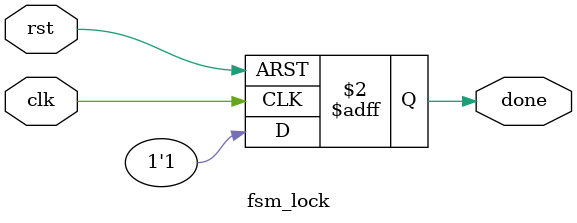
<source format=v>

module fsm_lock(input clk, input rst, output reg done);
    always @(posedge clk or posedge rst) begin
        if (rst)
            done <= 0;
        else
            done <= 1;
    end
endmodule

</source>
